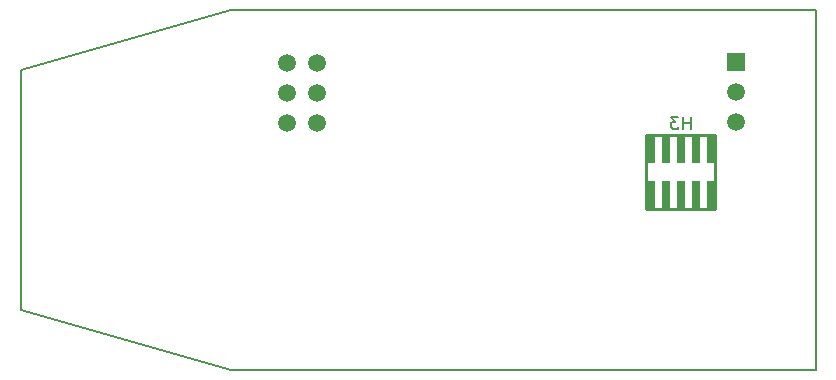
<source format=gbr>
G04 DipTrace 2.4.0.2*
%INBottomAssy.gbr*%
%MOIN*%
%ADD10C,0.0098*%
%ADD11C,0.0055*%
%ADD26R,0.059X0.059*%
%ADD27C,0.0591*%
%ADD28R,0.0299X0.0945*%
%ADD107C,0.0062*%
%FSLAX44Y44*%
G04*
G70*
G90*
G75*
G01*
%LNBotAssy*%
%LPD*%
D26*
X27780Y14200D3*
D27*
Y13200D3*
Y12200D3*
X24791Y11787D2*
D10*
X27090D1*
Y9307D1*
X24791D1*
Y11787D1*
D28*
X26940Y9780D3*
Y11315D3*
X26440Y9780D3*
Y11315D3*
X25940Y9780D3*
Y11315D3*
X25440Y9780D3*
Y11315D3*
X24940Y9780D3*
Y11315D3*
D27*
X13815Y14190D3*
X13820Y13190D3*
Y12190D3*
X12815Y14190D3*
X12820Y13190D3*
Y12190D3*
X26270Y12373D2*
D107*
Y11971D1*
X26002Y12373D2*
Y11971D1*
X26270Y12182D2*
X26002D1*
X25840Y12373D2*
X25630D1*
X25745Y12220D1*
X25687D1*
X25649Y12201D1*
X25630Y12182D1*
X25611Y12124D1*
Y12086D1*
X25630Y12029D1*
X25668Y11990D1*
X25726Y11971D1*
X25783D1*
X25840Y11990D1*
X25859Y12010D1*
X25879Y12048D1*
X3940Y5940D2*
D11*
Y13940D1*
X10940Y15940D1*
X30440D1*
Y3940D1*
X10940D1*
X3940Y5940D1*
M02*

</source>
